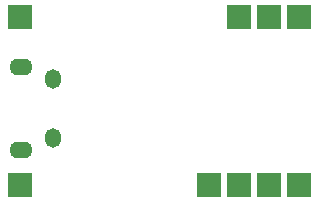
<source format=gbs>
G04 #@! TF.FileFunction,Soldermask,Bot*
%FSLAX46Y46*%
G04 Gerber Fmt 4.6, Leading zero omitted, Abs format (unit mm)*
G04 Created by KiCad (PCBNEW 4.0.5) date 04/21/17 20:31:44*
%MOMM*%
%LPD*%
G01*
G04 APERTURE LIST*
%ADD10C,0.100000*%
%ADD11O,1.350000X1.650000*%
%ADD12O,1.950000X1.400000*%
%ADD13R,2.100000X2.100000*%
G04 APERTURE END LIST*
D10*
D11*
X139664880Y-81324180D03*
X139664880Y-86324180D03*
D12*
X136964880Y-80324180D03*
X136964880Y-87324180D03*
D13*
X136880600Y-76060300D03*
X136880600Y-90284300D03*
X160502600Y-90284300D03*
X160502600Y-76060300D03*
X157962600Y-76060300D03*
X157962600Y-90284300D03*
X152882600Y-90284300D03*
X155422600Y-90284300D03*
X155422600Y-76060300D03*
M02*

</source>
